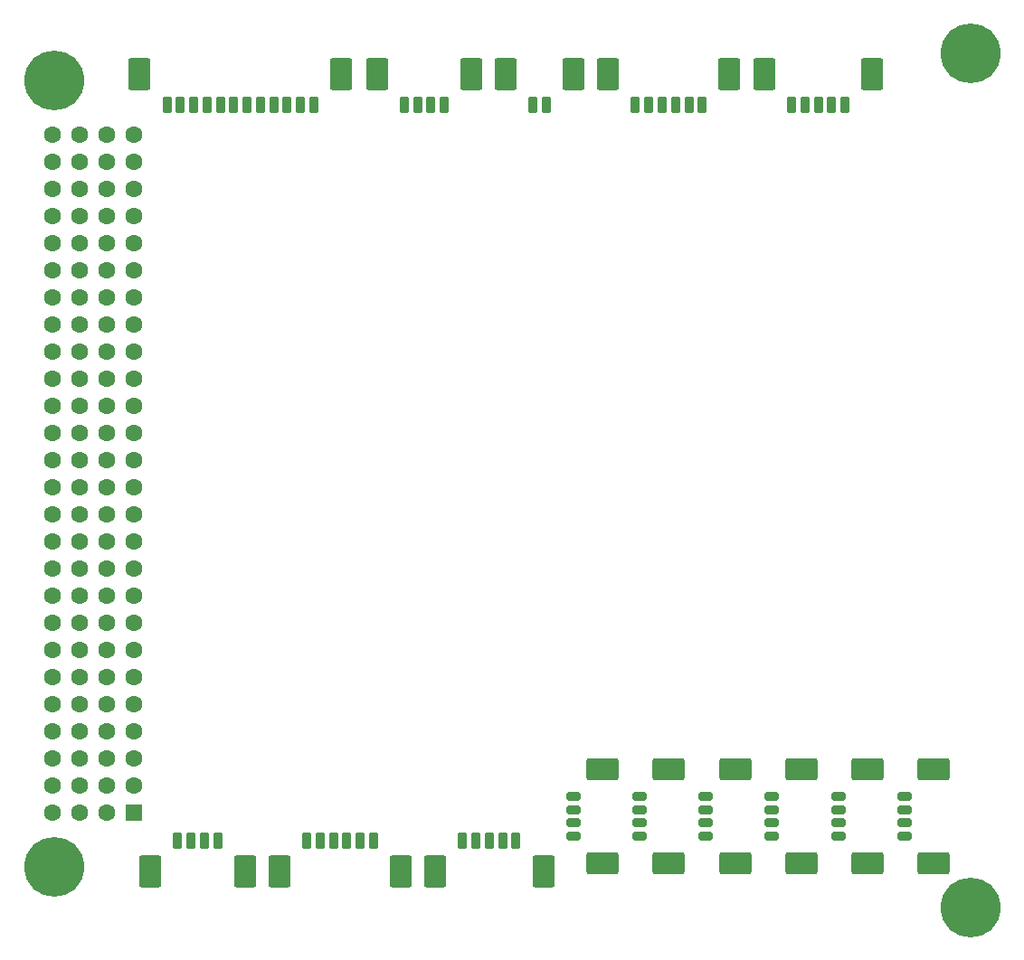
<source format=gts>
%TF.GenerationSoftware,KiCad,Pcbnew,(6.0.7)*%
%TF.CreationDate,2022-08-16T23:53:48+08:00*%
%TF.ProjectId,adapter_board,61646170-7465-4725-9f62-6f6172642e6b,rev?*%
%TF.SameCoordinates,Original*%
%TF.FileFunction,Soldermask,Top*%
%TF.FilePolarity,Negative*%
%FSLAX46Y46*%
G04 Gerber Fmt 4.6, Leading zero omitted, Abs format (unit mm)*
G04 Created by KiCad (PCBNEW (6.0.7)) date 2022-08-16 23:53:48*
%MOMM*%
%LPD*%
G01*
G04 APERTURE LIST*
G04 Aperture macros list*
%AMRoundRect*
0 Rectangle with rounded corners*
0 $1 Rounding radius*
0 $2 $3 $4 $5 $6 $7 $8 $9 X,Y pos of 4 corners*
0 Add a 4 corners polygon primitive as box body*
4,1,4,$2,$3,$4,$5,$6,$7,$8,$9,$2,$3,0*
0 Add four circle primitives for the rounded corners*
1,1,$1+$1,$2,$3*
1,1,$1+$1,$4,$5*
1,1,$1+$1,$6,$7*
1,1,$1+$1,$8,$9*
0 Add four rect primitives between the rounded corners*
20,1,$1+$1,$2,$3,$4,$5,0*
20,1,$1+$1,$4,$5,$6,$7,0*
20,1,$1+$1,$6,$7,$8,$9,0*
20,1,$1+$1,$8,$9,$2,$3,0*%
G04 Aperture macros list end*
%ADD10RoundRect,0.200000X0.450000X-0.200000X0.450000X0.200000X-0.450000X0.200000X-0.450000X-0.200000X0*%
%ADD11RoundRect,0.250001X1.249999X-0.799999X1.249999X0.799999X-1.249999X0.799999X-1.249999X-0.799999X0*%
%ADD12RoundRect,0.200000X-0.200000X-0.600000X0.200000X-0.600000X0.200000X0.600000X-0.200000X0.600000X0*%
%ADD13RoundRect,0.250001X-0.799999X-1.249999X0.799999X-1.249999X0.799999X1.249999X-0.799999X1.249999X0*%
%ADD14RoundRect,0.200000X0.200000X0.600000X-0.200000X0.600000X-0.200000X-0.600000X0.200000X-0.600000X0*%
%ADD15RoundRect,0.250001X0.799999X1.249999X-0.799999X1.249999X-0.799999X-1.249999X0.799999X-1.249999X0*%
%ADD16C,5.600000*%
%ADD17R,1.600000X1.600000*%
%ADD18C,1.600000*%
G04 APERTURE END LIST*
D10*
%TO.C,J9*%
X161750000Y-126175000D03*
X161750000Y-124925000D03*
X161750000Y-123675000D03*
X161750000Y-122425000D03*
D11*
X164500000Y-119875000D03*
X164500000Y-128725000D03*
%TD*%
D10*
%TO.C,J14*%
X180350000Y-126175000D03*
X180350000Y-124925000D03*
X180350000Y-123675000D03*
X180350000Y-122425000D03*
D11*
X183100000Y-128725000D03*
X183100000Y-119875000D03*
%TD*%
D12*
%TO.C,J7*%
X136800000Y-126600000D03*
X138050000Y-126600000D03*
X139300000Y-126600000D03*
X140550000Y-126600000D03*
X141800000Y-126600000D03*
X143050000Y-126600000D03*
D13*
X134250000Y-129500000D03*
X145600000Y-129500000D03*
%TD*%
D14*
%TO.C,J1*%
X187200000Y-57700000D03*
X185950000Y-57700000D03*
X184700000Y-57700000D03*
X183450000Y-57700000D03*
X182200000Y-57700000D03*
D15*
X189750000Y-54800000D03*
X179650000Y-54800000D03*
%TD*%
%TO.C,J2*%
X121175000Y-54800000D03*
X140025000Y-54800000D03*
D14*
X123725000Y-57700000D03*
X124975000Y-57700000D03*
X126225000Y-57700000D03*
X127475000Y-57700000D03*
X128725000Y-57700000D03*
X129975000Y-57700000D03*
X131225000Y-57700000D03*
X132475000Y-57700000D03*
X133725000Y-57700000D03*
X134975000Y-57700000D03*
X136225000Y-57700000D03*
X137475000Y-57700000D03*
%TD*%
D16*
%TO.C,H3*%
X198913344Y-52813223D03*
%TD*%
D14*
%TO.C,J4*%
X159225000Y-57700000D03*
X157975000Y-57700000D03*
D15*
X155425000Y-54800000D03*
X161775000Y-54800000D03*
%TD*%
D14*
%TO.C,J8*%
X173825000Y-57700000D03*
X172575000Y-57700000D03*
X171325000Y-57700000D03*
X170075000Y-57700000D03*
X168825000Y-57700000D03*
X167575000Y-57700000D03*
D15*
X165025000Y-54800000D03*
X176375000Y-54800000D03*
%TD*%
D12*
%TO.C,J3*%
X124725000Y-126600000D03*
X125975000Y-126600000D03*
X127225000Y-126600000D03*
X128475000Y-126600000D03*
D13*
X131025000Y-129500000D03*
X122175000Y-129500000D03*
%TD*%
D17*
%TO.C,U1*%
X120670000Y-123950000D03*
D18*
X118130000Y-123950000D03*
X120670000Y-121410000D03*
X118130000Y-121410000D03*
X120670000Y-118870000D03*
X118130000Y-118870000D03*
X120670000Y-116330000D03*
X118130000Y-116330000D03*
X120670000Y-113790000D03*
X118130000Y-113790000D03*
X120670000Y-111250000D03*
X118130000Y-111250000D03*
X120670000Y-108710000D03*
X118130000Y-108710000D03*
X120670000Y-106170000D03*
X118130000Y-106170000D03*
X120670000Y-103630000D03*
X118130000Y-103630000D03*
X120670000Y-101090000D03*
X118130000Y-101090000D03*
X120670000Y-98550000D03*
X118130000Y-98550000D03*
X120670000Y-96010000D03*
X118130000Y-96010000D03*
X120670000Y-93470000D03*
X118130000Y-93470000D03*
X120670000Y-90930000D03*
X118130000Y-90930000D03*
X120670000Y-88390000D03*
X118130000Y-88390000D03*
X120670000Y-85850000D03*
X118130000Y-85850000D03*
X120670000Y-83310000D03*
X118130000Y-83310000D03*
X120670000Y-80770000D03*
X118130000Y-80770000D03*
X120670000Y-78230000D03*
X118130000Y-78230000D03*
X120670000Y-75690000D03*
X118130000Y-75690000D03*
X120670000Y-73150000D03*
X118130000Y-73150000D03*
X120670000Y-70610000D03*
X118130000Y-70610000D03*
X120670000Y-68070000D03*
X118130000Y-68070000D03*
X120670000Y-65530000D03*
X118130000Y-65530000D03*
X120670000Y-62990000D03*
X118130000Y-62990000D03*
X120670000Y-60450000D03*
X118130000Y-60450000D03*
X115590000Y-123950000D03*
X113050000Y-123950000D03*
X115590000Y-121410000D03*
X113050000Y-121410000D03*
X115590000Y-118870000D03*
X113050000Y-118870000D03*
X115590000Y-116330000D03*
X113050000Y-116330000D03*
X115590000Y-113790000D03*
X113050000Y-113790000D03*
X115590000Y-111250000D03*
X113050000Y-111250000D03*
X115590000Y-108710000D03*
X113050000Y-108710000D03*
X115590000Y-106170000D03*
X113050000Y-106170000D03*
X115590000Y-103630000D03*
X113050000Y-103630000D03*
X115590000Y-101090000D03*
X113050000Y-101090000D03*
X115590000Y-98550000D03*
X113050000Y-98550000D03*
X115590000Y-96010000D03*
X113050000Y-96010000D03*
X115590000Y-93470000D03*
X113050000Y-93470000D03*
X115590000Y-90930000D03*
X113050000Y-90930000D03*
X115590000Y-88390000D03*
X113050000Y-88390000D03*
X115590000Y-85850000D03*
X113050000Y-85850000D03*
X115590000Y-83310000D03*
X113050000Y-83310000D03*
X115590000Y-80770000D03*
X113050000Y-80770000D03*
X115590000Y-78230000D03*
X113050000Y-78230000D03*
X115590000Y-75690000D03*
X113050000Y-75690000D03*
X115590000Y-73150000D03*
X113050000Y-73150000D03*
X115590000Y-70610000D03*
X113050000Y-70610000D03*
X115590000Y-68070000D03*
X113050000Y-68070000D03*
X115590000Y-65530000D03*
X113050000Y-65530000D03*
X115590000Y-62990000D03*
X113050000Y-62990000D03*
X115590000Y-60450000D03*
X113050000Y-60450000D03*
%TD*%
D10*
%TO.C,J13*%
X192750000Y-126175000D03*
X192750000Y-124925000D03*
X192750000Y-123675000D03*
X192750000Y-122425000D03*
D11*
X195500000Y-128725000D03*
X195500000Y-119875000D03*
%TD*%
D16*
%TO.C,H2*%
X113183344Y-129013223D03*
%TD*%
D15*
%TO.C,J6*%
X143375000Y-54800000D03*
X152225000Y-54800000D03*
D14*
X145925000Y-57700000D03*
X147175000Y-57700000D03*
X148425000Y-57700000D03*
X149675000Y-57700000D03*
%TD*%
D16*
%TO.C,H1*%
X113183344Y-55353223D03*
%TD*%
D10*
%TO.C,J10*%
X167950000Y-126175000D03*
X167950000Y-124925000D03*
X167950000Y-123675000D03*
X167950000Y-122425000D03*
D11*
X170700000Y-119875000D03*
X170700000Y-128725000D03*
%TD*%
D10*
%TO.C,J11*%
X174150000Y-126175000D03*
X174150000Y-124925000D03*
X174150000Y-123675000D03*
X174150000Y-122425000D03*
D11*
X176900000Y-128725000D03*
X176900000Y-119875000D03*
%TD*%
D12*
%TO.C,J5*%
X151400000Y-126600000D03*
X152650000Y-126600000D03*
X153900000Y-126600000D03*
X155150000Y-126600000D03*
X156400000Y-126600000D03*
D13*
X158950000Y-129500000D03*
X148850000Y-129500000D03*
%TD*%
D16*
%TO.C,H4*%
X198913344Y-132823222D03*
%TD*%
D10*
%TO.C,J12*%
X186550000Y-126175000D03*
X186550000Y-124925000D03*
X186550000Y-123675000D03*
X186550000Y-122425000D03*
D11*
X189300000Y-119875000D03*
X189300000Y-128725000D03*
%TD*%
M02*

</source>
